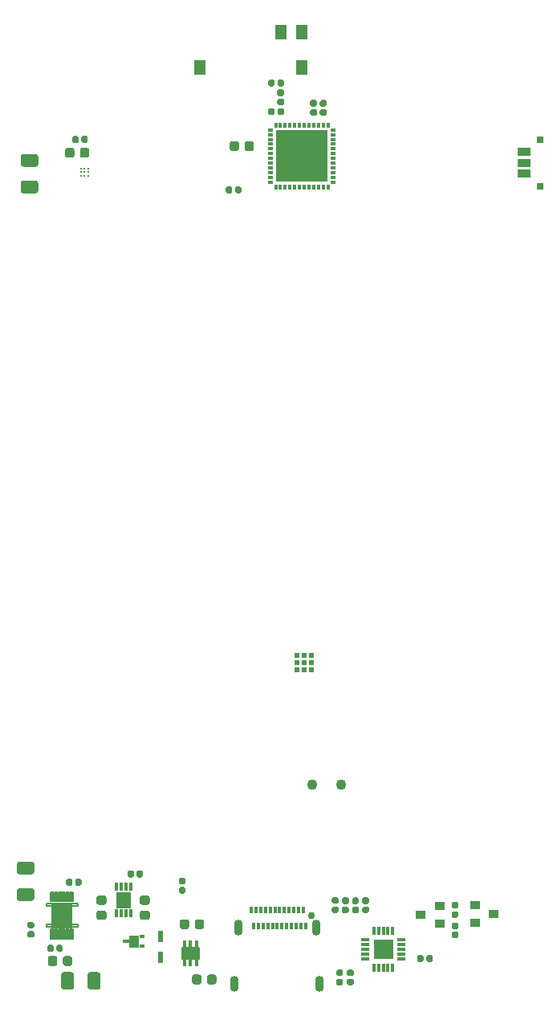
<source format=gbs>
G04 #@! TF.GenerationSoftware,KiCad,Pcbnew,(5.1.6-0-10_14)*
G04 #@! TF.CreationDate,2020-09-07T13:37:45-07:00*
G04 #@! TF.ProjectId,microgame2,6d696372-6f67-4616-9d65-322e6b696361,rev?*
G04 #@! TF.SameCoordinates,Original*
G04 #@! TF.FileFunction,Soldermask,Bot*
G04 #@! TF.FilePolarity,Negative*
%FSLAX46Y46*%
G04 Gerber Fmt 4.6, Leading zero omitted, Abs format (unit mm)*
G04 Created by KiCad (PCBNEW (5.1.6-0-10_14)) date 2020-09-07 13:37:45*
%MOMM*%
%LPD*%
G01*
G04 APERTURE LIST*
%ADD10C,0.152400*%
%ADD11C,0.100000*%
%ADD12O,0.900000X1.700000*%
%ADD13C,0.750000*%
%ADD14R,0.400000X0.800000*%
%ADD15R,1.000000X0.900000*%
%ADD16R,1.500000X1.700000*%
%ADD17R,0.354000X0.912800*%
%ADD18C,0.608000*%
%ADD19R,1.700200X1.116000*%
%ADD20R,2.050000X2.550000*%
%ADD21R,0.299898X0.949884*%
%ADD22R,0.800000X0.800000*%
%ADD23R,1.350000X0.900000*%
%ADD24C,0.328600*%
%ADD25R,0.940000X0.370000*%
%ADD26R,0.370000X0.940000*%
%ADD27R,2.100000X2.100000*%
%ADD28R,0.582600X1.268400*%
%ADD29R,0.450000X0.550000*%
%ADD30R,0.550000X0.450000*%
%ADD31R,5.500000X5.500000*%
%ADD32R,1.300000X1.600000*%
%ADD33R,0.600000X0.410000*%
%ADD34R,0.750000X0.410000*%
%ADD35C,1.100000*%
G04 APERTURE END LIST*
D10*
G04 #@! TO.C,U10*
X141800100Y-134800000D02*
X141800100Y-134800000D01*
X141800100Y-134800000D02*
X141800100Y-134800000D01*
X141800100Y-134800000D02*
X141800100Y-134800000D01*
X141800100Y-134800000D02*
X141800100Y-134800000D01*
X141800100Y-134800000D02*
X141800100Y-134800000D01*
X141800100Y-134800000D02*
X141800100Y-134800000D01*
X141800100Y-134800000D02*
X141800100Y-134800000D01*
X141800100Y-134800000D02*
X141800100Y-134800000D01*
X140199900Y-134800000D02*
X140199900Y-134800000D01*
X140199900Y-134800000D02*
X140199900Y-134800000D01*
X140199900Y-134800000D02*
X140199900Y-134800000D01*
X140199900Y-134800000D02*
X140199900Y-134800000D01*
X140199900Y-134800000D02*
X140199900Y-134800000D01*
X140199900Y-134800000D02*
X140199900Y-134800000D01*
X140199900Y-134800000D02*
X140199900Y-134800000D01*
X140199900Y-134800000D02*
X140199900Y-134800000D01*
X141863600Y-135000000D02*
X140136400Y-135000000D01*
X141863600Y-135371500D02*
X141863600Y-135000000D01*
X140136400Y-135371500D02*
X141863600Y-135371500D01*
X140136400Y-135000000D02*
X140136400Y-135371500D01*
X141863600Y-134228500D02*
X140136400Y-134228500D01*
X141863600Y-134600000D02*
X141863600Y-134228500D01*
X140136400Y-134600000D02*
X141863600Y-134600000D01*
X140136400Y-134228500D02*
X140136400Y-134600000D01*
X141863600Y-134228500D02*
X141593700Y-134228500D01*
X141863600Y-135371500D02*
X141863600Y-134228500D01*
X141593700Y-135371500D02*
X141863600Y-135371500D01*
X141593700Y-134228500D02*
X141593700Y-135371500D01*
X141193700Y-134228500D02*
X140806300Y-134228500D01*
X141193700Y-135371500D02*
X141193700Y-134228500D01*
X140806300Y-135371500D02*
X141193700Y-135371500D01*
X140806300Y-134228500D02*
X140806300Y-135371500D01*
X140406300Y-134228500D02*
X140136400Y-134228500D01*
X140406300Y-135371500D02*
X140406300Y-134228500D01*
X140136400Y-135371500D02*
X140406300Y-135371500D01*
X140136400Y-134228500D02*
X140136400Y-135371500D01*
G04 #@! TO.C,U5*
X126255051Y-128324112D02*
X126594948Y-128324112D01*
X126594948Y-128324112D02*
X126594948Y-129313996D01*
X126594948Y-129313996D02*
X126255051Y-129313996D01*
X126255051Y-129313996D02*
X126255051Y-128324112D01*
X126655050Y-128324112D02*
X126994950Y-128324112D01*
X126994950Y-128324112D02*
X126994950Y-129313996D01*
X126994950Y-129313996D02*
X126655050Y-129313996D01*
X126655050Y-129313996D02*
X126655050Y-128324112D01*
X127055052Y-128324112D02*
X127394949Y-128324112D01*
X127394949Y-128324112D02*
X127394949Y-129313996D01*
X127394949Y-129313996D02*
X127055052Y-129313996D01*
X127055052Y-129313996D02*
X127055052Y-128324112D01*
X127455051Y-128324112D02*
X127794948Y-128324112D01*
X127794948Y-128324112D02*
X127794948Y-129313996D01*
X127794948Y-129313996D02*
X127455051Y-129313996D01*
X127455051Y-129313996D02*
X127455051Y-128324112D01*
X127855050Y-128324112D02*
X128194948Y-128324112D01*
X128194948Y-128324112D02*
X128194948Y-129313996D01*
X128194948Y-129313996D02*
X127855050Y-129313996D01*
X127855050Y-129313996D02*
X127855050Y-128324112D01*
X128255052Y-128324112D02*
X128594949Y-128324112D01*
X128594949Y-128324112D02*
X128594949Y-129313996D01*
X128594949Y-129313996D02*
X128255052Y-129313996D01*
X128255052Y-129313996D02*
X128255052Y-128324112D01*
X128255052Y-132286004D02*
X128594949Y-132286004D01*
X128594949Y-132286004D02*
X128594949Y-133275888D01*
X128594949Y-133275888D02*
X128255052Y-133275888D01*
X128255052Y-133275888D02*
X128255052Y-132286004D01*
X127855050Y-132286004D02*
X128194950Y-132286004D01*
X128194950Y-132286004D02*
X128194950Y-133275888D01*
X128194950Y-133275888D02*
X127855050Y-133275888D01*
X127855050Y-133275888D02*
X127855050Y-132286004D01*
X127455051Y-132286004D02*
X127794948Y-132286004D01*
X127794948Y-132286004D02*
X127794948Y-133275888D01*
X127794948Y-133275888D02*
X127455051Y-133275888D01*
X127455051Y-133275888D02*
X127455051Y-132286004D01*
X127055052Y-132286004D02*
X127394949Y-132286004D01*
X127394949Y-132286004D02*
X127394949Y-133275888D01*
X127394949Y-133275888D02*
X127055052Y-133275888D01*
X127055052Y-133275888D02*
X127055052Y-132286004D01*
X126655052Y-132286004D02*
X126994950Y-132286004D01*
X126994950Y-132286004D02*
X126994950Y-133275888D01*
X126994950Y-133275888D02*
X126655052Y-133275888D01*
X126655052Y-133275888D02*
X126655052Y-132286004D01*
X126255051Y-132286004D02*
X126594948Y-132286004D01*
X126594948Y-132286004D02*
X126594948Y-133275888D01*
X126594948Y-133275888D02*
X126255051Y-133275888D01*
X126255051Y-133275888D02*
X126255051Y-132286004D01*
X126450000Y-130800000D02*
X126450000Y-130800000D01*
X126450000Y-130800000D02*
X126450000Y-130800000D01*
X126450000Y-130800000D02*
X126450000Y-130800000D01*
X126450000Y-130800000D02*
X126450000Y-130800000D01*
X126450000Y-130800000D02*
X126450000Y-130800000D01*
X126450000Y-130800000D02*
X126450000Y-130800000D01*
X126450000Y-130800000D02*
X126450000Y-130800000D01*
X126450000Y-130800000D02*
X126450000Y-130800000D01*
X128400000Y-130800000D02*
X128400000Y-130800000D01*
X128400000Y-130800000D02*
X128400000Y-130800000D01*
X128400000Y-130800000D02*
X128400000Y-130800000D01*
X128400000Y-130800000D02*
X128400000Y-130800000D01*
X128400000Y-130800000D02*
X128400000Y-130800000D01*
X128400000Y-130800000D02*
X128400000Y-130800000D01*
X128400000Y-130800000D02*
X128400000Y-130800000D01*
X128400000Y-130800000D02*
X128400000Y-130800000D01*
X126450000Y-131775000D02*
X125775000Y-131775000D01*
X125775000Y-131775000D02*
X125775000Y-132025000D01*
X125775000Y-132025000D02*
X126450000Y-132025000D01*
X126450000Y-132025000D02*
X126450000Y-131775000D01*
X126450000Y-129825000D02*
X125775000Y-129825000D01*
X125775000Y-129825000D02*
X125775000Y-129575000D01*
X125775000Y-129575000D02*
X126450000Y-129575000D01*
X126450000Y-129575000D02*
X126450000Y-129825000D01*
X128400000Y-129825000D02*
X129075000Y-129825000D01*
X129075000Y-129825000D02*
X129075000Y-129575000D01*
X129075000Y-129575000D02*
X128400000Y-129575000D01*
X128400000Y-129575000D02*
X128400000Y-129825000D01*
X128400000Y-131775000D02*
X129075000Y-131775000D01*
X129075000Y-131775000D02*
X129075000Y-132025000D01*
X129075000Y-132025000D02*
X128400000Y-132025000D01*
X128400000Y-132025000D02*
X128400000Y-131775000D01*
X126386500Y-129511500D02*
X126386500Y-132088500D01*
X126386500Y-132088500D02*
X126831300Y-132088500D01*
X126831300Y-132088500D02*
X126831300Y-129511500D01*
X126831300Y-129511500D02*
X126386500Y-129511500D01*
X127231300Y-129511500D02*
X127231300Y-132088500D01*
X127231300Y-132088500D02*
X127618700Y-132088500D01*
X127618700Y-132088500D02*
X127618700Y-129511500D01*
X127618700Y-129511500D02*
X127231300Y-129511500D01*
X128018700Y-129511500D02*
X128018700Y-132088500D01*
X128018700Y-132088500D02*
X128463500Y-132088500D01*
X128463500Y-132088500D02*
X128463500Y-129511500D01*
X128463500Y-129511500D02*
X128018700Y-129511500D01*
X126386500Y-129511500D02*
X126386500Y-129812600D01*
X126386500Y-129812600D02*
X128463500Y-129812600D01*
X128463500Y-129812600D02*
X128463500Y-129511500D01*
X128463500Y-129511500D02*
X126386500Y-129511500D01*
X126386500Y-130600000D02*
X126386500Y-130212600D01*
X126386500Y-130212600D02*
X128463500Y-130212600D01*
X128463500Y-130212600D02*
X128463500Y-130600000D01*
X128463500Y-130600000D02*
X126386500Y-130600000D01*
X126386500Y-131387400D02*
X126386500Y-131000000D01*
X126386500Y-131000000D02*
X128463500Y-131000000D01*
X128463500Y-131000000D02*
X128463500Y-131387400D01*
X128463500Y-131387400D02*
X126386500Y-131387400D01*
X126386500Y-131787400D02*
X126386500Y-132088500D01*
X126386500Y-132088500D02*
X128463500Y-132088500D01*
X128463500Y-132088500D02*
X128463500Y-131787400D01*
X128463500Y-131787400D02*
X126386500Y-131787400D01*
D11*
G04 #@! TO.C,Q1*
G36*
X135450000Y-134125000D02*
G01*
X135450000Y-132925000D01*
X134550000Y-132925000D01*
X134550000Y-134125000D01*
X135450000Y-134125000D01*
G37*
X135450000Y-134125000D02*
X135450000Y-132925000D01*
X134550000Y-132925000D01*
X134550000Y-134125000D01*
X135450000Y-134125000D01*
G04 #@! TD*
D12*
G04 #@! TO.C,J1*
X154640000Y-138050000D03*
X145660000Y-138050000D03*
X146020000Y-132100000D03*
X154280000Y-132100000D03*
D13*
X153750000Y-130850000D03*
D14*
X153150000Y-131890000D03*
X152650000Y-131890000D03*
X152150000Y-131890000D03*
X151650000Y-131890000D03*
X151150000Y-131890000D03*
X150650000Y-131890000D03*
X150150000Y-131890000D03*
X149650000Y-131890000D03*
X149150000Y-131890000D03*
X148650000Y-131890000D03*
X148150000Y-131890000D03*
X147650000Y-131890000D03*
X147400000Y-130190000D03*
X147900000Y-130190000D03*
X148400000Y-130190000D03*
X148900000Y-130190000D03*
X149400000Y-130190000D03*
X149900000Y-130190000D03*
X150400000Y-130190000D03*
X150900000Y-130190000D03*
X151400000Y-130190000D03*
X151900000Y-130190000D03*
X152400000Y-130190000D03*
X152900000Y-130190000D03*
G04 #@! TD*
D15*
G04 #@! TO.C,Q2*
X167300000Y-131700000D03*
X167300000Y-129800000D03*
X165300000Y-130750000D03*
G04 #@! TD*
D16*
G04 #@! TO.C,U2*
X133925000Y-129200000D03*
D17*
X134675001Y-127803000D03*
X134175000Y-127803000D03*
X133675000Y-127803000D03*
X133174999Y-127803000D03*
X133174999Y-130597000D03*
X133675000Y-130597000D03*
X134175000Y-130597000D03*
X134675001Y-130597000D03*
G04 #@! TD*
D18*
G04 #@! TO.C,U10*
X140606300Y-134800000D03*
X141393700Y-134800000D03*
D19*
X141000000Y-134800000D03*
D14*
X140350001Y-135850000D03*
X141000000Y-135850000D03*
X141649999Y-135850000D03*
X141649999Y-133750000D03*
X141000000Y-133750000D03*
X140350001Y-133750000D03*
G04 #@! TD*
D18*
G04 #@! TO.C,U5*
X127031300Y-131587400D03*
X127818700Y-131587400D03*
X127031300Y-130800000D03*
X127818700Y-130800000D03*
X127031300Y-130012600D03*
X127818700Y-130012600D03*
D20*
X127425000Y-130800000D03*
D21*
X126424999Y-132780946D03*
X126825001Y-132780946D03*
X127225000Y-132780946D03*
X127625000Y-132780946D03*
X128024999Y-132780946D03*
X128425001Y-132780946D03*
X128425001Y-128819054D03*
X128024999Y-128819054D03*
X127625000Y-128819054D03*
X127225000Y-128819054D03*
X126825001Y-128819054D03*
X126424999Y-128819054D03*
G04 #@! TD*
D18*
G04 #@! TO.C,U6*
X153787400Y-103362600D03*
X153787400Y-104150000D03*
X153787400Y-104937400D03*
X153000000Y-103362600D03*
X153000000Y-104150000D03*
X153000000Y-104937400D03*
X152212600Y-103362600D03*
X152212600Y-104150000D03*
X152212600Y-104937400D03*
G04 #@! TD*
D22*
G04 #@! TO.C,SW9*
X177850000Y-53900000D03*
X177850000Y-49000000D03*
D23*
X176225000Y-52600000D03*
X176225000Y-51450000D03*
X176225000Y-50300000D03*
G04 #@! TD*
G04 #@! TO.C,C4*
G36*
G01*
X146112500Y-49418750D02*
X146112500Y-49981250D01*
G75*
G02*
X145868750Y-50225000I-243750J0D01*
G01*
X145381250Y-50225000D01*
G75*
G02*
X145137500Y-49981250I0J243750D01*
G01*
X145137500Y-49418750D01*
G75*
G02*
X145381250Y-49175000I243750J0D01*
G01*
X145868750Y-49175000D01*
G75*
G02*
X146112500Y-49418750I0J-243750D01*
G01*
G37*
G36*
G01*
X147687500Y-49418750D02*
X147687500Y-49981250D01*
G75*
G02*
X147443750Y-50225000I-243750J0D01*
G01*
X146956250Y-50225000D01*
G75*
G02*
X146712500Y-49981250I0J243750D01*
G01*
X146712500Y-49418750D01*
G75*
G02*
X146956250Y-49175000I243750J0D01*
G01*
X147443750Y-49175000D01*
G75*
G02*
X147687500Y-49418750I0J-243750D01*
G01*
G37*
G04 #@! TD*
G04 #@! TO.C,C20*
G36*
G01*
X142750000Y-137831250D02*
X142750000Y-137268750D01*
G75*
G02*
X142993750Y-137025000I243750J0D01*
G01*
X143481250Y-137025000D01*
G75*
G02*
X143725000Y-137268750I0J-243750D01*
G01*
X143725000Y-137831250D01*
G75*
G02*
X143481250Y-138075000I-243750J0D01*
G01*
X142993750Y-138075000D01*
G75*
G02*
X142750000Y-137831250I0J243750D01*
G01*
G37*
G36*
G01*
X141175000Y-137831250D02*
X141175000Y-137268750D01*
G75*
G02*
X141418750Y-137025000I243750J0D01*
G01*
X141906250Y-137025000D01*
G75*
G02*
X142150000Y-137268750I0J-243750D01*
G01*
X142150000Y-137831250D01*
G75*
G02*
X141906250Y-138075000I-243750J0D01*
G01*
X141418750Y-138075000D01*
G75*
G02*
X141175000Y-137831250I0J243750D01*
G01*
G37*
G04 #@! TD*
G04 #@! TO.C,C19*
G36*
G01*
X139875000Y-132006250D02*
X139875000Y-131443750D01*
G75*
G02*
X140118750Y-131200000I243750J0D01*
G01*
X140606250Y-131200000D01*
G75*
G02*
X140850000Y-131443750I0J-243750D01*
G01*
X140850000Y-132006250D01*
G75*
G02*
X140606250Y-132250000I-243750J0D01*
G01*
X140118750Y-132250000D01*
G75*
G02*
X139875000Y-132006250I0J243750D01*
G01*
G37*
G36*
G01*
X141450000Y-132006250D02*
X141450000Y-131443750D01*
G75*
G02*
X141693750Y-131200000I243750J0D01*
G01*
X142181250Y-131200000D01*
G75*
G02*
X142425000Y-131443750I0J-243750D01*
G01*
X142425000Y-132006250D01*
G75*
G02*
X142181250Y-132250000I-243750J0D01*
G01*
X141693750Y-132250000D01*
G75*
G02*
X141450000Y-132006250I0J243750D01*
G01*
G37*
G04 #@! TD*
D24*
G04 #@! TO.C,U7*
X130225000Y-52050000D03*
X129825000Y-52050000D03*
X129425000Y-52050000D03*
X130225000Y-52450000D03*
X129825000Y-52450000D03*
X129425000Y-52450000D03*
X130225000Y-52850000D03*
X129825000Y-52850000D03*
X129425000Y-52850000D03*
G04 #@! TD*
D25*
G04 #@! TO.C,U4*
X159400000Y-135350000D03*
X159400000Y-134850000D03*
X159400000Y-134350000D03*
X159400000Y-133850000D03*
X159400000Y-133350000D03*
X163270000Y-133350000D03*
X163270000Y-133850000D03*
X163270000Y-134350000D03*
X163270000Y-134850000D03*
X163270000Y-135350000D03*
D26*
X162335000Y-136285000D03*
X161835000Y-136285000D03*
X161335000Y-136285000D03*
X160835000Y-136285000D03*
X160335000Y-136285000D03*
X160335000Y-132415000D03*
X160835000Y-132415000D03*
X161335000Y-132415000D03*
X161835000Y-132415000D03*
X162335000Y-132415000D03*
D27*
X161335000Y-134350000D03*
G04 #@! TD*
G04 #@! TO.C,R10*
G36*
G01*
X126570000Y-134077500D02*
X126570000Y-134472500D01*
G75*
G02*
X126397500Y-134645000I-172500J0D01*
G01*
X126052500Y-134645000D01*
G75*
G02*
X125880000Y-134472500I0J172500D01*
G01*
X125880000Y-134077500D01*
G75*
G02*
X126052500Y-133905000I172500J0D01*
G01*
X126397500Y-133905000D01*
G75*
G02*
X126570000Y-134077500I0J-172500D01*
G01*
G37*
G36*
G01*
X127540000Y-134077500D02*
X127540000Y-134472500D01*
G75*
G02*
X127367500Y-134645000I-172500J0D01*
G01*
X127022500Y-134645000D01*
G75*
G02*
X126850000Y-134472500I0J172500D01*
G01*
X126850000Y-134077500D01*
G75*
G02*
X127022500Y-133905000I172500J0D01*
G01*
X127367500Y-133905000D01*
G75*
G02*
X127540000Y-134077500I0J-172500D01*
G01*
G37*
G04 #@! TD*
G04 #@! TO.C,R9*
G36*
G01*
X123952500Y-131470000D02*
X124347500Y-131470000D01*
G75*
G02*
X124520000Y-131642500I0J-172500D01*
G01*
X124520000Y-131987500D01*
G75*
G02*
X124347500Y-132160000I-172500J0D01*
G01*
X123952500Y-132160000D01*
G75*
G02*
X123780000Y-131987500I0J172500D01*
G01*
X123780000Y-131642500D01*
G75*
G02*
X123952500Y-131470000I172500J0D01*
G01*
G37*
G36*
G01*
X123952500Y-132440000D02*
X124347500Y-132440000D01*
G75*
G02*
X124520000Y-132612500I0J-172500D01*
G01*
X124520000Y-132957500D01*
G75*
G02*
X124347500Y-133130000I-172500J0D01*
G01*
X123952500Y-133130000D01*
G75*
G02*
X123780000Y-132957500I0J172500D01*
G01*
X123780000Y-132612500D01*
G75*
G02*
X123952500Y-132440000I172500J0D01*
G01*
G37*
G04 #@! TD*
G04 #@! TO.C,R8*
G36*
G01*
X131500000Y-137045000D02*
X131500000Y-138355000D01*
G75*
G02*
X131230000Y-138625000I-270000J0D01*
G01*
X130420000Y-138625000D01*
G75*
G02*
X130150000Y-138355000I0J270000D01*
G01*
X130150000Y-137045000D01*
G75*
G02*
X130420000Y-136775000I270000J0D01*
G01*
X131230000Y-136775000D01*
G75*
G02*
X131500000Y-137045000I0J-270000D01*
G01*
G37*
G36*
G01*
X128700000Y-137045000D02*
X128700000Y-138355000D01*
G75*
G02*
X128430000Y-138625000I-270000J0D01*
G01*
X127620000Y-138625000D01*
G75*
G02*
X127350000Y-138355000I0J270000D01*
G01*
X127350000Y-137045000D01*
G75*
G02*
X127620000Y-136775000I270000J0D01*
G01*
X128430000Y-136775000D01*
G75*
G02*
X128700000Y-137045000I0J-270000D01*
G01*
G37*
G04 #@! TD*
G04 #@! TO.C,R7*
G36*
G01*
X158597500Y-130565000D02*
X158202500Y-130565000D01*
G75*
G02*
X158030000Y-130392500I0J172500D01*
G01*
X158030000Y-130047500D01*
G75*
G02*
X158202500Y-129875000I172500J0D01*
G01*
X158597500Y-129875000D01*
G75*
G02*
X158770000Y-130047500I0J-172500D01*
G01*
X158770000Y-130392500D01*
G75*
G02*
X158597500Y-130565000I-172500J0D01*
G01*
G37*
G36*
G01*
X158597500Y-129595000D02*
X158202500Y-129595000D01*
G75*
G02*
X158030000Y-129422500I0J172500D01*
G01*
X158030000Y-129077500D01*
G75*
G02*
X158202500Y-128905000I172500J0D01*
G01*
X158597500Y-128905000D01*
G75*
G02*
X158770000Y-129077500I0J-172500D01*
G01*
X158770000Y-129422500D01*
G75*
G02*
X158597500Y-129595000I-172500J0D01*
G01*
G37*
G04 #@! TD*
G04 #@! TO.C,R6*
G36*
G01*
X157522500Y-129595000D02*
X157127500Y-129595000D01*
G75*
G02*
X156955000Y-129422500I0J172500D01*
G01*
X156955000Y-129077500D01*
G75*
G02*
X157127500Y-128905000I172500J0D01*
G01*
X157522500Y-128905000D01*
G75*
G02*
X157695000Y-129077500I0J-172500D01*
G01*
X157695000Y-129422500D01*
G75*
G02*
X157522500Y-129595000I-172500J0D01*
G01*
G37*
G36*
G01*
X157522500Y-130565000D02*
X157127500Y-130565000D01*
G75*
G02*
X156955000Y-130392500I0J172500D01*
G01*
X156955000Y-130047500D01*
G75*
G02*
X157127500Y-129875000I172500J0D01*
G01*
X157522500Y-129875000D01*
G75*
G02*
X157695000Y-130047500I0J-172500D01*
G01*
X157695000Y-130392500D01*
G75*
G02*
X157522500Y-130565000I-172500J0D01*
G01*
G37*
G04 #@! TD*
G04 #@! TO.C,R5*
G36*
G01*
X156922500Y-138170000D02*
X156527500Y-138170000D01*
G75*
G02*
X156355000Y-137997500I0J172500D01*
G01*
X156355000Y-137652500D01*
G75*
G02*
X156527500Y-137480000I172500J0D01*
G01*
X156922500Y-137480000D01*
G75*
G02*
X157095000Y-137652500I0J-172500D01*
G01*
X157095000Y-137997500D01*
G75*
G02*
X156922500Y-138170000I-172500J0D01*
G01*
G37*
G36*
G01*
X156922500Y-137200000D02*
X156527500Y-137200000D01*
G75*
G02*
X156355000Y-137027500I0J172500D01*
G01*
X156355000Y-136682500D01*
G75*
G02*
X156527500Y-136510000I172500J0D01*
G01*
X156922500Y-136510000D01*
G75*
G02*
X157095000Y-136682500I0J-172500D01*
G01*
X157095000Y-137027500D01*
G75*
G02*
X156922500Y-137200000I-172500J0D01*
G01*
G37*
G04 #@! TD*
G04 #@! TO.C,R4*
G36*
G01*
X158047500Y-137200000D02*
X157652500Y-137200000D01*
G75*
G02*
X157480000Y-137027500I0J172500D01*
G01*
X157480000Y-136682500D01*
G75*
G02*
X157652500Y-136510000I172500J0D01*
G01*
X158047500Y-136510000D01*
G75*
G02*
X158220000Y-136682500I0J-172500D01*
G01*
X158220000Y-137027500D01*
G75*
G02*
X158047500Y-137200000I-172500J0D01*
G01*
G37*
G36*
G01*
X158047500Y-138170000D02*
X157652500Y-138170000D01*
G75*
G02*
X157480000Y-137997500I0J172500D01*
G01*
X157480000Y-137652500D01*
G75*
G02*
X157652500Y-137480000I172500J0D01*
G01*
X158047500Y-137480000D01*
G75*
G02*
X158220000Y-137652500I0J-172500D01*
G01*
X158220000Y-137997500D01*
G75*
G02*
X158047500Y-138170000I-172500J0D01*
G01*
G37*
G04 #@! TD*
G04 #@! TO.C,R3*
G36*
G01*
X134335000Y-126622500D02*
X134335000Y-126227500D01*
G75*
G02*
X134507500Y-126055000I172500J0D01*
G01*
X134852500Y-126055000D01*
G75*
G02*
X135025000Y-126227500I0J-172500D01*
G01*
X135025000Y-126622500D01*
G75*
G02*
X134852500Y-126795000I-172500J0D01*
G01*
X134507500Y-126795000D01*
G75*
G02*
X134335000Y-126622500I0J172500D01*
G01*
G37*
G36*
G01*
X135305000Y-126622500D02*
X135305000Y-126227500D01*
G75*
G02*
X135477500Y-126055000I172500J0D01*
G01*
X135822500Y-126055000D01*
G75*
G02*
X135995000Y-126227500I0J-172500D01*
G01*
X135995000Y-126622500D01*
G75*
G02*
X135822500Y-126795000I-172500J0D01*
G01*
X135477500Y-126795000D01*
G75*
G02*
X135305000Y-126622500I0J172500D01*
G01*
G37*
G04 #@! TD*
G04 #@! TO.C,R2*
G36*
G01*
X140322500Y-127525000D02*
X139927500Y-127525000D01*
G75*
G02*
X139755000Y-127352500I0J172500D01*
G01*
X139755000Y-127007500D01*
G75*
G02*
X139927500Y-126835000I172500J0D01*
G01*
X140322500Y-126835000D01*
G75*
G02*
X140495000Y-127007500I0J-172500D01*
G01*
X140495000Y-127352500D01*
G75*
G02*
X140322500Y-127525000I-172500J0D01*
G01*
G37*
G36*
G01*
X140322500Y-128495000D02*
X139927500Y-128495000D01*
G75*
G02*
X139755000Y-128322500I0J172500D01*
G01*
X139755000Y-127977500D01*
G75*
G02*
X139927500Y-127805000I172500J0D01*
G01*
X140322500Y-127805000D01*
G75*
G02*
X140495000Y-127977500I0J-172500D01*
G01*
X140495000Y-128322500D01*
G75*
G02*
X140322500Y-128495000I-172500J0D01*
G01*
G37*
G04 #@! TD*
D28*
G04 #@! TO.C,D1*
X137875000Y-135260200D03*
X137875000Y-133025000D03*
G04 #@! TD*
G04 #@! TO.C,C16*
G36*
G01*
X129200000Y-48802500D02*
X129200000Y-49197500D01*
G75*
G02*
X129027500Y-49370000I-172500J0D01*
G01*
X128682500Y-49370000D01*
G75*
G02*
X128510000Y-49197500I0J172500D01*
G01*
X128510000Y-48802500D01*
G75*
G02*
X128682500Y-48630000I172500J0D01*
G01*
X129027500Y-48630000D01*
G75*
G02*
X129200000Y-48802500I0J-172500D01*
G01*
G37*
G36*
G01*
X130170000Y-48802500D02*
X130170000Y-49197500D01*
G75*
G02*
X129997500Y-49370000I-172500J0D01*
G01*
X129652500Y-49370000D01*
G75*
G02*
X129480000Y-49197500I0J172500D01*
G01*
X129480000Y-48802500D01*
G75*
G02*
X129652500Y-48630000I172500J0D01*
G01*
X129997500Y-48630000D01*
G75*
G02*
X130170000Y-48802500I0J-172500D01*
G01*
G37*
G04 #@! TD*
G04 #@! TO.C,C15*
G36*
G01*
X128737500Y-50118750D02*
X128737500Y-50681250D01*
G75*
G02*
X128493750Y-50925000I-243750J0D01*
G01*
X128006250Y-50925000D01*
G75*
G02*
X127762500Y-50681250I0J243750D01*
G01*
X127762500Y-50118750D01*
G75*
G02*
X128006250Y-49875000I243750J0D01*
G01*
X128493750Y-49875000D01*
G75*
G02*
X128737500Y-50118750I0J-243750D01*
G01*
G37*
G36*
G01*
X130312500Y-50118750D02*
X130312500Y-50681250D01*
G75*
G02*
X130068750Y-50925000I-243750J0D01*
G01*
X129581250Y-50925000D01*
G75*
G02*
X129337500Y-50681250I0J243750D01*
G01*
X129337500Y-50118750D01*
G75*
G02*
X129581250Y-49875000I243750J0D01*
G01*
X130068750Y-49875000D01*
G75*
G02*
X130312500Y-50118750I0J-243750D01*
G01*
G37*
G04 #@! TD*
G04 #@! TO.C,C14*
G36*
G01*
X127855000Y-127497500D02*
X127855000Y-127102500D01*
G75*
G02*
X128027500Y-126930000I172500J0D01*
G01*
X128372500Y-126930000D01*
G75*
G02*
X128545000Y-127102500I0J-172500D01*
G01*
X128545000Y-127497500D01*
G75*
G02*
X128372500Y-127670000I-172500J0D01*
G01*
X128027500Y-127670000D01*
G75*
G02*
X127855000Y-127497500I0J172500D01*
G01*
G37*
G36*
G01*
X128825000Y-127497500D02*
X128825000Y-127102500D01*
G75*
G02*
X128997500Y-126930000I172500J0D01*
G01*
X129342500Y-126930000D01*
G75*
G02*
X129515000Y-127102500I0J-172500D01*
G01*
X129515000Y-127497500D01*
G75*
G02*
X129342500Y-127670000I-172500J0D01*
G01*
X128997500Y-127670000D01*
G75*
G02*
X128825000Y-127497500I0J172500D01*
G01*
G37*
G04 #@! TD*
G04 #@! TO.C,C13*
G36*
G01*
X128512500Y-135318750D02*
X128512500Y-135881250D01*
G75*
G02*
X128268750Y-136125000I-243750J0D01*
G01*
X127781250Y-136125000D01*
G75*
G02*
X127537500Y-135881250I0J243750D01*
G01*
X127537500Y-135318750D01*
G75*
G02*
X127781250Y-135075000I243750J0D01*
G01*
X128268750Y-135075000D01*
G75*
G02*
X128512500Y-135318750I0J-243750D01*
G01*
G37*
G36*
G01*
X126937500Y-135318750D02*
X126937500Y-135881250D01*
G75*
G02*
X126693750Y-136125000I-243750J0D01*
G01*
X126206250Y-136125000D01*
G75*
G02*
X125962500Y-135881250I0J243750D01*
G01*
X125962500Y-135318750D01*
G75*
G02*
X126206250Y-135075000I243750J0D01*
G01*
X126693750Y-135075000D01*
G75*
G02*
X126937500Y-135318750I0J-243750D01*
G01*
G37*
G04 #@! TD*
G04 #@! TO.C,C12*
G36*
G01*
X164905000Y-135547500D02*
X164905000Y-135152500D01*
G75*
G02*
X165077500Y-134980000I172500J0D01*
G01*
X165422500Y-134980000D01*
G75*
G02*
X165595000Y-135152500I0J-172500D01*
G01*
X165595000Y-135547500D01*
G75*
G02*
X165422500Y-135720000I-172500J0D01*
G01*
X165077500Y-135720000D01*
G75*
G02*
X164905000Y-135547500I0J172500D01*
G01*
G37*
G36*
G01*
X165875000Y-135547500D02*
X165875000Y-135152500D01*
G75*
G02*
X166047500Y-134980000I172500J0D01*
G01*
X166392500Y-134980000D01*
G75*
G02*
X166565000Y-135152500I0J-172500D01*
G01*
X166565000Y-135547500D01*
G75*
G02*
X166392500Y-135720000I-172500J0D01*
G01*
X166047500Y-135720000D01*
G75*
G02*
X165875000Y-135547500I0J172500D01*
G01*
G37*
G04 #@! TD*
G04 #@! TO.C,C11*
G36*
G01*
X159277500Y-129875000D02*
X159672500Y-129875000D01*
G75*
G02*
X159845000Y-130047500I0J-172500D01*
G01*
X159845000Y-130392500D01*
G75*
G02*
X159672500Y-130565000I-172500J0D01*
G01*
X159277500Y-130565000D01*
G75*
G02*
X159105000Y-130392500I0J172500D01*
G01*
X159105000Y-130047500D01*
G75*
G02*
X159277500Y-129875000I172500J0D01*
G01*
G37*
G36*
G01*
X159277500Y-128905000D02*
X159672500Y-128905000D01*
G75*
G02*
X159845000Y-129077500I0J-172500D01*
G01*
X159845000Y-129422500D01*
G75*
G02*
X159672500Y-129595000I-172500J0D01*
G01*
X159277500Y-129595000D01*
G75*
G02*
X159105000Y-129422500I0J172500D01*
G01*
X159105000Y-129077500D01*
G75*
G02*
X159277500Y-128905000I172500J0D01*
G01*
G37*
G04 #@! TD*
G04 #@! TO.C,C10*
G36*
G01*
X156077500Y-129855000D02*
X156472500Y-129855000D01*
G75*
G02*
X156645000Y-130027500I0J-172500D01*
G01*
X156645000Y-130372500D01*
G75*
G02*
X156472500Y-130545000I-172500J0D01*
G01*
X156077500Y-130545000D01*
G75*
G02*
X155905000Y-130372500I0J172500D01*
G01*
X155905000Y-130027500D01*
G75*
G02*
X156077500Y-129855000I172500J0D01*
G01*
G37*
G36*
G01*
X156077500Y-128885000D02*
X156472500Y-128885000D01*
G75*
G02*
X156645000Y-129057500I0J-172500D01*
G01*
X156645000Y-129402500D01*
G75*
G02*
X156472500Y-129575000I-172500J0D01*
G01*
X156077500Y-129575000D01*
G75*
G02*
X155905000Y-129402500I0J172500D01*
G01*
X155905000Y-129057500D01*
G75*
G02*
X156077500Y-128885000I172500J0D01*
G01*
G37*
G04 #@! TD*
G04 #@! TO.C,C7*
G36*
G01*
X131881250Y-131262500D02*
X131318750Y-131262500D01*
G75*
G02*
X131075000Y-131018750I0J243750D01*
G01*
X131075000Y-130531250D01*
G75*
G02*
X131318750Y-130287500I243750J0D01*
G01*
X131881250Y-130287500D01*
G75*
G02*
X132125000Y-130531250I0J-243750D01*
G01*
X132125000Y-131018750D01*
G75*
G02*
X131881250Y-131262500I-243750J0D01*
G01*
G37*
G36*
G01*
X131881250Y-129687500D02*
X131318750Y-129687500D01*
G75*
G02*
X131075000Y-129443750I0J243750D01*
G01*
X131075000Y-128956250D01*
G75*
G02*
X131318750Y-128712500I243750J0D01*
G01*
X131881250Y-128712500D01*
G75*
G02*
X132125000Y-128956250I0J-243750D01*
G01*
X132125000Y-129443750D01*
G75*
G02*
X131881250Y-129687500I-243750J0D01*
G01*
G37*
G04 #@! TD*
G04 #@! TO.C,C6*
G36*
G01*
X136456250Y-129687500D02*
X135893750Y-129687500D01*
G75*
G02*
X135650000Y-129443750I0J243750D01*
G01*
X135650000Y-128956250D01*
G75*
G02*
X135893750Y-128712500I243750J0D01*
G01*
X136456250Y-128712500D01*
G75*
G02*
X136700000Y-128956250I0J-243750D01*
G01*
X136700000Y-129443750D01*
G75*
G02*
X136456250Y-129687500I-243750J0D01*
G01*
G37*
G36*
G01*
X136456250Y-131262500D02*
X135893750Y-131262500D01*
G75*
G02*
X135650000Y-131018750I0J243750D01*
G01*
X135650000Y-130531250D01*
G75*
G02*
X135893750Y-130287500I243750J0D01*
G01*
X136456250Y-130287500D01*
G75*
G02*
X136700000Y-130531250I0J-243750D01*
G01*
X136700000Y-131018750D01*
G75*
G02*
X136456250Y-131262500I-243750J0D01*
G01*
G37*
G04 #@! TD*
D29*
G04 #@! TO.C,U1*
X149990000Y-47475000D03*
X150490000Y-47475000D03*
X150990000Y-47475000D03*
X151490000Y-47475000D03*
X151990000Y-47475000D03*
X152490000Y-47475000D03*
X152990000Y-47475000D03*
X153490000Y-47475000D03*
X153990000Y-47475000D03*
X154490000Y-47475000D03*
X154990000Y-47475000D03*
X155490000Y-47475000D03*
D30*
X156005000Y-47990000D03*
X156005000Y-48490000D03*
X156005000Y-48990000D03*
X156005000Y-49490000D03*
X156005000Y-49990000D03*
X156005000Y-50490000D03*
X156005000Y-50990000D03*
X156005000Y-51490000D03*
X156005000Y-51990000D03*
X156005000Y-52490000D03*
X156005000Y-52990000D03*
X156005000Y-53490000D03*
D29*
X155490000Y-54005000D03*
X154990000Y-54005000D03*
X154490000Y-54005000D03*
X153990000Y-54005000D03*
X153490000Y-54005000D03*
X152990000Y-54005000D03*
X152490000Y-54005000D03*
X151990000Y-54005000D03*
X151490000Y-54005000D03*
X150990000Y-54005000D03*
X150490000Y-54005000D03*
X149990000Y-54005000D03*
D30*
X149475000Y-53490000D03*
X149475000Y-52990000D03*
X149475000Y-52490000D03*
X149475000Y-51990000D03*
X149475000Y-51490000D03*
X149475000Y-50990000D03*
X149475000Y-50490000D03*
X149475000Y-49990000D03*
X149475000Y-49490000D03*
X149475000Y-48990000D03*
X149475000Y-48490000D03*
X149475000Y-47990000D03*
D31*
X152740000Y-50740000D03*
G04 #@! TD*
G04 #@! TO.C,R1*
G36*
G01*
X154812500Y-44835000D02*
X155207500Y-44835000D01*
G75*
G02*
X155380000Y-45007500I0J-172500D01*
G01*
X155380000Y-45352500D01*
G75*
G02*
X155207500Y-45525000I-172500J0D01*
G01*
X154812500Y-45525000D01*
G75*
G02*
X154640000Y-45352500I0J172500D01*
G01*
X154640000Y-45007500D01*
G75*
G02*
X154812500Y-44835000I172500J0D01*
G01*
G37*
G36*
G01*
X154812500Y-45805000D02*
X155207500Y-45805000D01*
G75*
G02*
X155380000Y-45977500I0J-172500D01*
G01*
X155380000Y-46322500D01*
G75*
G02*
X155207500Y-46495000I-172500J0D01*
G01*
X154812500Y-46495000D01*
G75*
G02*
X154640000Y-46322500I0J172500D01*
G01*
X154640000Y-45977500D01*
G75*
G02*
X154812500Y-45805000I172500J0D01*
G01*
G37*
G04 #@! TD*
G04 #@! TO.C,L1*
G36*
G01*
X150707500Y-45385000D02*
X150312500Y-45385000D01*
G75*
G02*
X150140000Y-45212500I0J172500D01*
G01*
X150140000Y-44867500D01*
G75*
G02*
X150312500Y-44695000I172500J0D01*
G01*
X150707500Y-44695000D01*
G75*
G02*
X150880000Y-44867500I0J-172500D01*
G01*
X150880000Y-45212500D01*
G75*
G02*
X150707500Y-45385000I-172500J0D01*
G01*
G37*
G36*
G01*
X150707500Y-44415000D02*
X150312500Y-44415000D01*
G75*
G02*
X150140000Y-44242500I0J172500D01*
G01*
X150140000Y-43897500D01*
G75*
G02*
X150312500Y-43725000I172500J0D01*
G01*
X150707500Y-43725000D01*
G75*
G02*
X150880000Y-43897500I0J-172500D01*
G01*
X150880000Y-44242500D01*
G75*
G02*
X150707500Y-44415000I-172500J0D01*
G01*
G37*
G04 #@! TD*
D32*
G04 #@! TO.C,E1*
X152710000Y-41410000D03*
X142010000Y-41410000D03*
X150510000Y-37680000D03*
X152710000Y-37680000D03*
G04 #@! TD*
G04 #@! TO.C,C5*
G36*
G01*
X145405000Y-54102500D02*
X145405000Y-54497500D01*
G75*
G02*
X145232500Y-54670000I-172500J0D01*
G01*
X144887500Y-54670000D01*
G75*
G02*
X144715000Y-54497500I0J172500D01*
G01*
X144715000Y-54102500D01*
G75*
G02*
X144887500Y-53930000I172500J0D01*
G01*
X145232500Y-53930000D01*
G75*
G02*
X145405000Y-54102500I0J-172500D01*
G01*
G37*
G36*
G01*
X146375000Y-54102500D02*
X146375000Y-54497500D01*
G75*
G02*
X146202500Y-54670000I-172500J0D01*
G01*
X145857500Y-54670000D01*
G75*
G02*
X145685000Y-54497500I0J172500D01*
G01*
X145685000Y-54102500D01*
G75*
G02*
X145857500Y-53930000I172500J0D01*
G01*
X146202500Y-53930000D01*
G75*
G02*
X146375000Y-54102500I0J-172500D01*
G01*
G37*
G04 #@! TD*
G04 #@! TO.C,C3*
G36*
G01*
X150855000Y-42832500D02*
X150855000Y-43227500D01*
G75*
G02*
X150682500Y-43400000I-172500J0D01*
G01*
X150337500Y-43400000D01*
G75*
G02*
X150165000Y-43227500I0J172500D01*
G01*
X150165000Y-42832500D01*
G75*
G02*
X150337500Y-42660000I172500J0D01*
G01*
X150682500Y-42660000D01*
G75*
G02*
X150855000Y-42832500I0J-172500D01*
G01*
G37*
G36*
G01*
X149885000Y-42832500D02*
X149885000Y-43227500D01*
G75*
G02*
X149712500Y-43400000I-172500J0D01*
G01*
X149367500Y-43400000D01*
G75*
G02*
X149195000Y-43227500I0J172500D01*
G01*
X149195000Y-42832500D01*
G75*
G02*
X149367500Y-42660000I172500J0D01*
G01*
X149712500Y-42660000D01*
G75*
G02*
X149885000Y-42832500I0J-172500D01*
G01*
G37*
G04 #@! TD*
G04 #@! TO.C,C2*
G36*
G01*
X149885000Y-45862500D02*
X149885000Y-46257500D01*
G75*
G02*
X149712500Y-46430000I-172500J0D01*
G01*
X149367500Y-46430000D01*
G75*
G02*
X149195000Y-46257500I0J172500D01*
G01*
X149195000Y-45862500D01*
G75*
G02*
X149367500Y-45690000I172500J0D01*
G01*
X149712500Y-45690000D01*
G75*
G02*
X149885000Y-45862500I0J-172500D01*
G01*
G37*
G36*
G01*
X150855000Y-45862500D02*
X150855000Y-46257500D01*
G75*
G02*
X150682500Y-46430000I-172500J0D01*
G01*
X150337500Y-46430000D01*
G75*
G02*
X150165000Y-46257500I0J172500D01*
G01*
X150165000Y-45862500D01*
G75*
G02*
X150337500Y-45690000I172500J0D01*
G01*
X150682500Y-45690000D01*
G75*
G02*
X150855000Y-45862500I0J-172500D01*
G01*
G37*
G04 #@! TD*
G04 #@! TO.C,C1*
G36*
G01*
X154187500Y-45515000D02*
X153792500Y-45515000D01*
G75*
G02*
X153620000Y-45342500I0J172500D01*
G01*
X153620000Y-44997500D01*
G75*
G02*
X153792500Y-44825000I172500J0D01*
G01*
X154187500Y-44825000D01*
G75*
G02*
X154360000Y-44997500I0J-172500D01*
G01*
X154360000Y-45342500D01*
G75*
G02*
X154187500Y-45515000I-172500J0D01*
G01*
G37*
G36*
G01*
X154187500Y-46485000D02*
X153792500Y-46485000D01*
G75*
G02*
X153620000Y-46312500I0J172500D01*
G01*
X153620000Y-45967500D01*
G75*
G02*
X153792500Y-45795000I172500J0D01*
G01*
X154187500Y-45795000D01*
G75*
G02*
X154360000Y-45967500I0J-172500D01*
G01*
X154360000Y-46312500D01*
G75*
G02*
X154187500Y-46485000I-172500J0D01*
G01*
G37*
G04 #@! TD*
D33*
G04 #@! TO.C,Q1*
X135900000Y-134025000D03*
X135900000Y-133025000D03*
D34*
X134175000Y-133525000D03*
G04 #@! TD*
G04 #@! TO.C,J2*
G36*
G01*
X124255000Y-129275000D02*
X122945000Y-129275000D01*
G75*
G02*
X122675000Y-129005000I0J270000D01*
G01*
X122675000Y-128195000D01*
G75*
G02*
X122945000Y-127925000I270000J0D01*
G01*
X124255000Y-127925000D01*
G75*
G02*
X124525000Y-128195000I0J-270000D01*
G01*
X124525000Y-129005000D01*
G75*
G02*
X124255000Y-129275000I-270000J0D01*
G01*
G37*
G36*
G01*
X124255000Y-126475000D02*
X122945000Y-126475000D01*
G75*
G02*
X122675000Y-126205000I0J270000D01*
G01*
X122675000Y-125395000D01*
G75*
G02*
X122945000Y-125125000I270000J0D01*
G01*
X124255000Y-125125000D01*
G75*
G02*
X124525000Y-125395000I0J-270000D01*
G01*
X124525000Y-126205000D01*
G75*
G02*
X124255000Y-126475000I-270000J0D01*
G01*
G37*
G04 #@! TD*
G04 #@! TO.C,J3*
G36*
G01*
X124655000Y-54675000D02*
X123345000Y-54675000D01*
G75*
G02*
X123075000Y-54405000I0J270000D01*
G01*
X123075000Y-53595000D01*
G75*
G02*
X123345000Y-53325000I270000J0D01*
G01*
X124655000Y-53325000D01*
G75*
G02*
X124925000Y-53595000I0J-270000D01*
G01*
X124925000Y-54405000D01*
G75*
G02*
X124655000Y-54675000I-270000J0D01*
G01*
G37*
G36*
G01*
X124655000Y-51875000D02*
X123345000Y-51875000D01*
G75*
G02*
X123075000Y-51605000I0J270000D01*
G01*
X123075000Y-50795000D01*
G75*
G02*
X123345000Y-50525000I270000J0D01*
G01*
X124655000Y-50525000D01*
G75*
G02*
X124925000Y-50795000I0J-270000D01*
G01*
X124925000Y-51605000D01*
G75*
G02*
X124655000Y-51875000I-270000J0D01*
G01*
G37*
G04 #@! TD*
D15*
G04 #@! TO.C,Q3*
X173000000Y-130650000D03*
X171000000Y-131600000D03*
X171000000Y-129700000D03*
G04 #@! TD*
G04 #@! TO.C,R23*
G36*
G01*
X168702500Y-130355000D02*
X169097500Y-130355000D01*
G75*
G02*
X169270000Y-130527500I0J-172500D01*
G01*
X169270000Y-130872500D01*
G75*
G02*
X169097500Y-131045000I-172500J0D01*
G01*
X168702500Y-131045000D01*
G75*
G02*
X168530000Y-130872500I0J172500D01*
G01*
X168530000Y-130527500D01*
G75*
G02*
X168702500Y-130355000I172500J0D01*
G01*
G37*
G36*
G01*
X168702500Y-129385000D02*
X169097500Y-129385000D01*
G75*
G02*
X169270000Y-129557500I0J-172500D01*
G01*
X169270000Y-129902500D01*
G75*
G02*
X169097500Y-130075000I-172500J0D01*
G01*
X168702500Y-130075000D01*
G75*
G02*
X168530000Y-129902500I0J172500D01*
G01*
X168530000Y-129557500D01*
G75*
G02*
X168702500Y-129385000I172500J0D01*
G01*
G37*
G04 #@! TD*
G04 #@! TO.C,R24*
G36*
G01*
X169097500Y-133215000D02*
X168702500Y-133215000D01*
G75*
G02*
X168530000Y-133042500I0J172500D01*
G01*
X168530000Y-132697500D01*
G75*
G02*
X168702500Y-132525000I172500J0D01*
G01*
X169097500Y-132525000D01*
G75*
G02*
X169270000Y-132697500I0J-172500D01*
G01*
X169270000Y-133042500D01*
G75*
G02*
X169097500Y-133215000I-172500J0D01*
G01*
G37*
G36*
G01*
X169097500Y-132245000D02*
X168702500Y-132245000D01*
G75*
G02*
X168530000Y-132072500I0J172500D01*
G01*
X168530000Y-131727500D01*
G75*
G02*
X168702500Y-131555000I172500J0D01*
G01*
X169097500Y-131555000D01*
G75*
G02*
X169270000Y-131727500I0J-172500D01*
G01*
X169270000Y-132072500D01*
G75*
G02*
X169097500Y-132245000I-172500J0D01*
G01*
G37*
G04 #@! TD*
D35*
G04 #@! TO.C,TP1*
X153825001Y-117000000D03*
G04 #@! TD*
G04 #@! TO.C,TP2*
X156875001Y-117000000D03*
G04 #@! TD*
M02*

</source>
